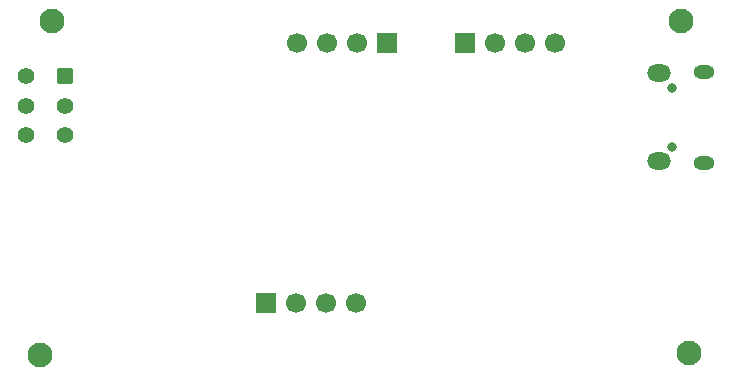
<source format=gbr>
%TF.GenerationSoftware,KiCad,Pcbnew,9.0.4*%
%TF.CreationDate,2025-09-11T21:53:48-07:00*%
%TF.ProjectId,STM32 PCB design,53544d33-3220-4504-9342-206465736967,rev?*%
%TF.SameCoordinates,Original*%
%TF.FileFunction,Soldermask,Bot*%
%TF.FilePolarity,Negative*%
%FSLAX46Y46*%
G04 Gerber Fmt 4.6, Leading zero omitted, Abs format (unit mm)*
G04 Created by KiCad (PCBNEW 9.0.4) date 2025-09-11 21:53:48*
%MOMM*%
%LPD*%
G01*
G04 APERTURE LIST*
G04 Aperture macros list*
%AMRoundRect*
0 Rectangle with rounded corners*
0 $1 Rounding radius*
0 $2 $3 $4 $5 $6 $7 $8 $9 X,Y pos of 4 corners*
0 Add a 4 corners polygon primitive as box body*
4,1,4,$2,$3,$4,$5,$6,$7,$8,$9,$2,$3,0*
0 Add four circle primitives for the rounded corners*
1,1,$1+$1,$2,$3*
1,1,$1+$1,$4,$5*
1,1,$1+$1,$6,$7*
1,1,$1+$1,$8,$9*
0 Add four rect primitives between the rounded corners*
20,1,$1+$1,$2,$3,$4,$5,0*
20,1,$1+$1,$4,$5,$6,$7,0*
20,1,$1+$1,$6,$7,$8,$9,0*
20,1,$1+$1,$8,$9,$2,$3,0*%
G04 Aperture macros list end*
%ADD10R,1.700000X1.700000*%
%ADD11C,1.700000*%
%ADD12C,2.100000*%
%ADD13RoundRect,0.250000X-0.450000X0.450000X-0.450000X-0.450000X0.450000X-0.450000X0.450000X0.450000X0*%
%ADD14C,1.400000*%
%ADD15O,0.800000X0.800000*%
%ADD16O,1.800000X1.150000*%
%ADD17O,2.000000X1.450000*%
G04 APERTURE END LIST*
D10*
%TO.C,J2*%
X151190000Y-65000000D03*
D11*
X153730000Y-65000000D03*
X156270000Y-65000000D03*
X158810000Y-65000000D03*
%TD*%
D10*
%TO.C,J4*%
X134380000Y-87000000D03*
D11*
X136920000Y-87000000D03*
X139460000Y-87000000D03*
X142000000Y-87000000D03*
%TD*%
D12*
%TO.C,H2*%
X115265200Y-91363800D03*
%TD*%
D13*
%TO.C,SW1*%
X117325500Y-67807200D03*
D14*
X117325500Y-70307200D03*
X117325500Y-72807200D03*
X114025500Y-72807200D03*
X114025500Y-70307200D03*
X114025500Y-67807200D03*
%TD*%
D15*
%TO.C,J1*%
X168726600Y-73777400D03*
X168726600Y-68777400D03*
D16*
X171476600Y-75152400D03*
D17*
X167676600Y-75002400D03*
X167676600Y-67552400D03*
D16*
X171476600Y-67402400D03*
%TD*%
D12*
%TO.C,H4*%
X170154600Y-91236800D03*
%TD*%
%TO.C,H1*%
X116255800Y-63093600D03*
%TD*%
%TO.C,H3*%
X169494200Y-63119000D03*
%TD*%
D10*
%TO.C,J3*%
X144620000Y-65000000D03*
D11*
X142080000Y-65000000D03*
X139540000Y-65000000D03*
X137000000Y-65000000D03*
%TD*%
M02*

</source>
